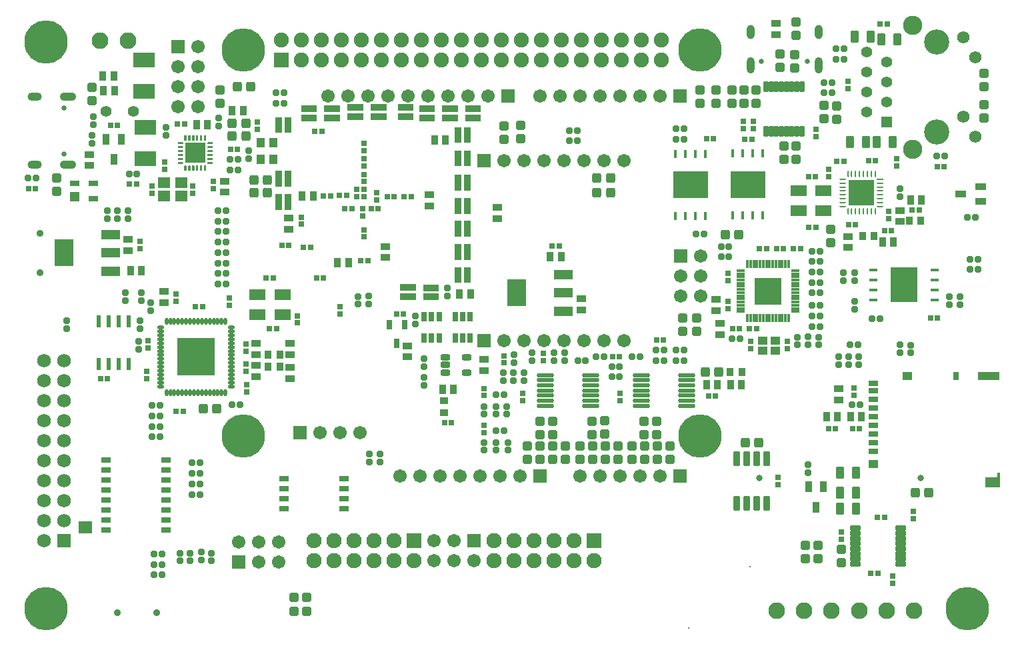
<source format=gbs>
G04*
G04 #@! TF.GenerationSoftware,Altium Limited,Altium Designer,23.10.1 (27)*
G04*
G04 Layer_Color=16711935*
%FSLAX44Y44*%
%MOMM*%
G71*
G04*
G04 #@! TF.SameCoordinates,A260BEBF-06BD-4FBC-8D66-A32A8B5517DE*
G04*
G04*
G04 #@! TF.FilePolarity,Negative*
G04*
G01*
G75*
%ADD25R,0.8000X1.0000*%
%ADD51R,0.6000X1.5500*%
%ADD66R,0.7600X0.7600*%
%ADD67R,1.1532X0.9532*%
G04:AMPARAMS|DCode=74|XSize=0.8032mm|YSize=0.8032mm|CornerRadius=0.1616mm|HoleSize=0mm|Usage=FLASHONLY|Rotation=90.000|XOffset=0mm|YOffset=0mm|HoleType=Round|Shape=RoundedRectangle|*
%AMROUNDEDRECTD74*
21,1,0.8032,0.4800,0,0,90.0*
21,1,0.4800,0.8032,0,0,90.0*
1,1,0.3232,0.2400,0.2400*
1,1,0.3232,0.2400,-0.2400*
1,1,0.3232,-0.2400,-0.2400*
1,1,0.3232,-0.2400,0.2400*
%
%ADD74ROUNDEDRECTD74*%
%ADD75R,0.9532X1.1532*%
G04:AMPARAMS|DCode=82|XSize=0.8032mm|YSize=0.8032mm|CornerRadius=0.1616mm|HoleSize=0mm|Usage=FLASHONLY|Rotation=180.000|XOffset=0mm|YOffset=0mm|HoleType=Round|Shape=RoundedRectangle|*
%AMROUNDEDRECTD82*
21,1,0.8032,0.4800,0,0,180.0*
21,1,0.4800,0.8032,0,0,180.0*
1,1,0.3232,-0.2400,0.2400*
1,1,0.3232,0.2400,0.2400*
1,1,0.3232,0.2400,-0.2400*
1,1,0.3232,-0.2400,-0.2400*
%
%ADD82ROUNDEDRECTD82*%
%ADD83R,0.8382X1.4732*%
G04:AMPARAMS|DCode=85|XSize=1.2032mm|YSize=1.1032mm|CornerRadius=0.2141mm|HoleSize=0mm|Usage=FLASHONLY|Rotation=0.000|XOffset=0mm|YOffset=0mm|HoleType=Round|Shape=RoundedRectangle|*
%AMROUNDEDRECTD85*
21,1,1.2032,0.6750,0,0,0.0*
21,1,0.7750,1.1032,0,0,0.0*
1,1,0.4282,0.3875,-0.3375*
1,1,0.4282,-0.3875,-0.3375*
1,1,0.4282,-0.3875,0.3375*
1,1,0.4282,0.3875,0.3375*
%
%ADD85ROUNDEDRECTD85*%
%ADD87R,1.7032X1.7032*%
%ADD88C,1.7032*%
%ADD89C,0.9000*%
%ADD90C,0.8032*%
%ADD91C,0.5588*%
%ADD92C,5.5032*%
%ADD93C,1.3900*%
%ADD94C,1.9032*%
%ADD95C,2.1032*%
%ADD96C,1.9304*%
%ADD97C,1.4032*%
%ADD98C,1.7532*%
%ADD99C,1.5700*%
%ADD100R,1.7532X1.7532*%
%ADD101R,1.9032X1.9032*%
%ADD102R,1.8796X1.8796*%
%ADD103C,3.2000*%
%ADD104R,1.3900X1.3900*%
%ADD105C,2.4500*%
G04:AMPARAMS|DCode=106|XSize=1mm|YSize=1.8mm|CornerRadius=0.5mm|HoleSize=0mm|Usage=FLASHONLY|Rotation=180.000|XOffset=0mm|YOffset=0mm|HoleType=Round|Shape=RoundedRectangle|*
%AMROUNDEDRECTD106*
21,1,1.0000,0.8000,0,0,180.0*
21,1,0.0000,1.8000,0,0,180.0*
1,1,1.0000,0.0000,0.4000*
1,1,1.0000,0.0000,0.4000*
1,1,1.0000,0.0000,-0.4000*
1,1,1.0000,0.0000,-0.4000*
%
%ADD106ROUNDEDRECTD106*%
G04:AMPARAMS|DCode=107|XSize=1mm|YSize=2.1mm|CornerRadius=0.5mm|HoleSize=0mm|Usage=FLASHONLY|Rotation=180.000|XOffset=0mm|YOffset=0mm|HoleType=Round|Shape=RoundedRectangle|*
%AMROUNDEDRECTD107*
21,1,1.0000,1.1000,0,0,180.0*
21,1,0.0000,2.1000,0,0,180.0*
1,1,1.0000,0.0000,0.5500*
1,1,1.0000,0.0000,0.5500*
1,1,1.0000,0.0000,-0.5500*
1,1,1.0000,0.0000,-0.5500*
%
%ADD107ROUNDEDRECTD107*%
%ADD108C,0.6500*%
%ADD109R,1.7032X1.7032*%
%ADD110C,0.2032*%
G04:AMPARAMS|DCode=111|XSize=1mm|YSize=2.1mm|CornerRadius=0.5mm|HoleSize=0mm|Usage=FLASHONLY|Rotation=270.000|XOffset=0mm|YOffset=0mm|HoleType=Round|Shape=RoundedRectangle|*
%AMROUNDEDRECTD111*
21,1,1.0000,1.1000,0,0,270.0*
21,1,0.0000,2.1000,0,0,270.0*
1,1,1.0000,-0.5500,0.0000*
1,1,1.0000,-0.5500,0.0000*
1,1,1.0000,0.5500,0.0000*
1,1,1.0000,0.5500,0.0000*
%
%ADD111ROUNDEDRECTD111*%
G04:AMPARAMS|DCode=112|XSize=1mm|YSize=1.8mm|CornerRadius=0.5mm|HoleSize=0mm|Usage=FLASHONLY|Rotation=270.000|XOffset=0mm|YOffset=0mm|HoleType=Round|Shape=RoundedRectangle|*
%AMROUNDEDRECTD112*
21,1,1.0000,0.8000,0,0,270.0*
21,1,0.0000,1.8000,0,0,270.0*
1,1,1.0000,-0.4000,0.0000*
1,1,1.0000,-0.4000,0.0000*
1,1,1.0000,0.4000,0.0000*
1,1,1.0000,0.4000,0.0000*
%
%ADD112ROUNDEDRECTD112*%
%ADD142R,1.2700X0.7600*%
G04:AMPARAMS|DCode=148|XSize=0.8078mm|YSize=0.2393mm|CornerRadius=0.1196mm|HoleSize=0mm|Usage=FLASHONLY|Rotation=180.000|XOffset=0mm|YOffset=0mm|HoleType=Round|Shape=RoundedRectangle|*
%AMROUNDEDRECTD148*
21,1,0.8078,0.0000,0,0,180.0*
21,1,0.5686,0.2393,0,0,180.0*
1,1,0.2393,-0.2843,0.0000*
1,1,0.2393,0.2843,0.0000*
1,1,0.2393,0.2843,0.0000*
1,1,0.2393,-0.2843,0.0000*
%
%ADD148ROUNDEDRECTD148*%
G04:AMPARAMS|DCode=149|XSize=0.2393mm|YSize=0.8078mm|CornerRadius=0.1196mm|HoleSize=0mm|Usage=FLASHONLY|Rotation=180.000|XOffset=0mm|YOffset=0mm|HoleType=Round|Shape=RoundedRectangle|*
%AMROUNDEDRECTD149*
21,1,0.2393,0.5686,0,0,180.0*
21,1,0.0000,0.8078,0,0,180.0*
1,1,0.2393,0.0000,0.2843*
1,1,0.2393,0.0000,0.2843*
1,1,0.2393,0.0000,-0.2843*
1,1,0.2393,0.0000,-0.2843*
%
%ADD149ROUNDEDRECTD149*%
%ADD151R,3.2000X3.2000*%
%ADD152R,4.4000X3.5000*%
G04:AMPARAMS|DCode=153|XSize=1.0611mm|YSize=0.3925mm|CornerRadius=0.1962mm|HoleSize=0mm|Usage=FLASHONLY|Rotation=90.000|XOffset=0mm|YOffset=0mm|HoleType=Round|Shape=RoundedRectangle|*
%AMROUNDEDRECTD153*
21,1,1.0611,0.0000,0,0,90.0*
21,1,0.6686,0.3925,0,0,90.0*
1,1,0.3925,0.0000,0.3343*
1,1,0.3925,0.0000,-0.3343*
1,1,0.3925,0.0000,-0.3343*
1,1,0.3925,0.0000,0.3343*
%
%ADD153ROUNDEDRECTD153*%
%ADD154R,3.5000X4.4000*%
G04:AMPARAMS|DCode=155|XSize=1.0611mm|YSize=0.3925mm|CornerRadius=0.1962mm|HoleSize=0mm|Usage=FLASHONLY|Rotation=0.000|XOffset=0mm|YOffset=0mm|HoleType=Round|Shape=RoundedRectangle|*
%AMROUNDEDRECTD155*
21,1,1.0611,0.0000,0,0,0.0*
21,1,0.6686,0.3925,0,0,0.0*
1,1,0.3925,0.3343,0.0000*
1,1,0.3925,-0.3343,0.0000*
1,1,0.3925,-0.3343,0.0000*
1,1,0.3925,0.3343,0.0000*
%
%ADD155ROUNDEDRECTD155*%
%ADD156R,2.8000X1.0000*%
%ADD157R,1.2000X1.0000*%
%ADD161C,1.1447*%
%ADD162R,1.2000X0.7000*%
%ADD166R,1.1000X1.3000*%
%ADD167R,2.5000X2.5000*%
%ADD176R,0.3925X1.0611*%
%ADD177R,1.0611X0.3925*%
%ADD178R,0.8078X0.2393*%
%ADD179C,0.2520*%
%ADD185R,1.8000X1.6000*%
G04:AMPARAMS|DCode=186|XSize=1.2032mm|YSize=1.1032mm|CornerRadius=0.2141mm|HoleSize=0mm|Usage=FLASHONLY|Rotation=90.000|XOffset=0mm|YOffset=0mm|HoleType=Round|Shape=RoundedRectangle|*
%AMROUNDEDRECTD186*
21,1,1.2032,0.6750,0,0,90.0*
21,1,0.7750,1.1032,0,0,90.0*
1,1,0.4282,0.3375,0.3875*
1,1,0.4282,0.3375,-0.3875*
1,1,0.4282,-0.3375,-0.3875*
1,1,0.4282,-0.3375,0.3875*
%
%ADD186ROUNDEDRECTD186*%
%ADD187R,0.5032X0.8532*%
%ADD188R,0.7600X0.7600*%
G04:AMPARAMS|DCode=189|XSize=0.6032mm|YSize=1.4032mm|CornerRadius=0.1516mm|HoleSize=0mm|Usage=FLASHONLY|Rotation=90.000|XOffset=0mm|YOffset=0mm|HoleType=Round|Shape=RoundedRectangle|*
%AMROUNDEDRECTD189*
21,1,0.6032,1.1000,0,0,90.0*
21,1,0.3000,1.4032,0,0,90.0*
1,1,0.3032,0.5500,0.1500*
1,1,0.3032,0.5500,-0.1500*
1,1,0.3032,-0.5500,-0.1500*
1,1,0.3032,-0.5500,0.1500*
%
%ADD189ROUNDEDRECTD189*%
G04:AMPARAMS|DCode=190|XSize=1.5032mm|YSize=1.0032mm|CornerRadius=0.2016mm|HoleSize=0mm|Usage=FLASHONLY|Rotation=90.000|XOffset=0mm|YOffset=0mm|HoleType=Round|Shape=RoundedRectangle|*
%AMROUNDEDRECTD190*
21,1,1.5032,0.6000,0,0,90.0*
21,1,1.1000,1.0032,0,0,90.0*
1,1,0.4032,0.3000,0.5500*
1,1,0.4032,0.3000,-0.5500*
1,1,0.4032,-0.3000,-0.5500*
1,1,0.4032,-0.3000,0.5500*
%
%ADD190ROUNDEDRECTD190*%
%ADD191R,0.8032X1.2032*%
G04:AMPARAMS|DCode=192|XSize=1.2532mm|YSize=0.8032mm|CornerRadius=0.2516mm|HoleSize=0mm|Usage=FLASHONLY|Rotation=180.000|XOffset=0mm|YOffset=0mm|HoleType=Round|Shape=RoundedRectangle|*
%AMROUNDEDRECTD192*
21,1,1.2532,0.3000,0,0,180.0*
21,1,0.7500,0.8032,0,0,180.0*
1,1,0.5032,-0.3750,0.1500*
1,1,0.5032,0.3750,0.1500*
1,1,0.5032,0.3750,-0.1500*
1,1,0.5032,-0.3750,-0.1500*
%
%ADD192ROUNDEDRECTD192*%
%ADD193O,2.2032X0.5532*%
G04:AMPARAMS|DCode=194|XSize=0.6032mm|YSize=1.4032mm|CornerRadius=0.1516mm|HoleSize=0mm|Usage=FLASHONLY|Rotation=180.000|XOffset=0mm|YOffset=0mm|HoleType=Round|Shape=RoundedRectangle|*
%AMROUNDEDRECTD194*
21,1,0.6032,1.1000,0,0,180.0*
21,1,0.3000,1.4032,0,0,180.0*
1,1,0.3032,-0.1500,0.5500*
1,1,0.3032,0.1500,0.5500*
1,1,0.3032,0.1500,-0.5500*
1,1,0.3032,-0.1500,-0.5500*
%
%ADD194ROUNDEDRECTD194*%
%ADD195R,1.4032X0.8532*%
%ADD196R,2.1032X1.4032*%
%ADD197R,3.4032X3.4032*%
%ADD198R,0.4032X1.0532*%
%ADD199R,1.1532X1.0032*%
%ADD200R,0.8532X1.4032*%
%ADD201R,2.3532X1.2032*%
G04:AMPARAMS|DCode=202|XSize=0.8532mm|YSize=1.8532mm|CornerRadius=0.1504mm|HoleSize=0mm|Usage=FLASHONLY|Rotation=0.000|XOffset=0mm|YOffset=0mm|HoleType=Round|Shape=RoundedRectangle|*
%AMROUNDEDRECTD202*
21,1,0.8532,1.5525,0,0,0.0*
21,1,0.5525,1.8532,0,0,0.0*
1,1,0.3007,0.2763,-0.7763*
1,1,0.3007,-0.2763,-0.7763*
1,1,0.3007,-0.2763,0.7763*
1,1,0.3007,0.2763,0.7763*
%
%ADD202ROUNDEDRECTD202*%
%ADD203R,1.6032X1.4032*%
%ADD204R,1.2032X1.2032*%
%ADD205O,0.9532X0.4532*%
%ADD206R,4.7032X4.7032*%
%ADD207O,0.4532X0.9532*%
%ADD208R,0.8532X0.5032*%
%ADD209R,0.8432X1.1232*%
%ADD210R,2.3532X3.4532*%
%ADD211R,1.0532X0.4032*%
%ADD212R,2.7032X1.9032*%
%ADD213R,1.2032X0.8032*%
%ADD214R,1.1232X0.8432*%
G36*
X633280Y887807D02*
X633674Y887413D01*
X633887Y886898D01*
Y886620D01*
Y886341D01*
X633674Y885827D01*
X633280Y885433D01*
X632766Y885220D01*
X626987D01*
Y888020D01*
X632766D01*
X633280Y887807D01*
D02*
G37*
G36*
X632487Y893020D02*
X632766D01*
X633280Y892807D01*
X633674Y892413D01*
X633887Y891898D01*
Y891620D01*
Y891341D01*
X633674Y890827D01*
X633280Y890433D01*
X632766Y890220D01*
X626987D01*
Y893020D01*
X632487D01*
Y893020D01*
D02*
G37*
G36*
X633280Y897807D02*
X633674Y897413D01*
X633887Y896898D01*
Y896620D01*
Y896341D01*
X633674Y895827D01*
X633280Y895433D01*
X632766Y895220D01*
X626987D01*
Y898020D01*
X632766D01*
X633280Y897807D01*
D02*
G37*
G36*
X637556Y883532D02*
X637949Y883138D01*
X638162Y882624D01*
Y882345D01*
Y876845D01*
X635363D01*
Y882345D01*
Y882624D01*
X635576Y883138D01*
X635970Y883532D01*
X636484Y883745D01*
X637041D01*
X637556Y883532D01*
D02*
G37*
G36*
X642555D02*
X642949Y883138D01*
X643163Y882624D01*
Y882345D01*
X643163Y876845D01*
X640362D01*
Y882345D01*
Y882624D01*
X640576Y883138D01*
X640969Y883532D01*
X641484Y883745D01*
X642041D01*
X642555Y883532D01*
D02*
G37*
G36*
X647556D02*
X647949Y883138D01*
X648163Y882624D01*
Y882345D01*
Y876845D01*
X645362D01*
Y882345D01*
Y882624D01*
X645576Y883138D01*
X645969Y883532D01*
X646484Y883745D01*
X647041D01*
X647556Y883532D01*
D02*
G37*
G36*
X633280Y902807D02*
X633674Y902413D01*
X633887Y901898D01*
Y901620D01*
Y901341D01*
X633674Y900827D01*
X633280Y900433D01*
X632766Y900220D01*
X626987D01*
Y903020D01*
X632766D01*
X633280Y902807D01*
D02*
G37*
G36*
Y907807D02*
X633674Y907413D01*
X633887Y906898D01*
Y906620D01*
Y906341D01*
X633674Y905827D01*
X633280Y905433D01*
X632766Y905220D01*
X632487D01*
X626987Y905220D01*
Y908020D01*
X632766D01*
X633280Y907807D01*
D02*
G37*
G36*
Y912807D02*
X633674Y912413D01*
X633887Y911898D01*
Y911620D01*
Y911341D01*
X633674Y910827D01*
X633280Y910433D01*
X632766Y910220D01*
X626987D01*
Y913020D01*
X632766D01*
X633280Y912807D01*
D02*
G37*
G36*
X638162Y915895D02*
Y915617D01*
X637949Y915102D01*
X637556Y914708D01*
X637041Y914495D01*
X636484D01*
X635970Y914708D01*
X635576Y915102D01*
X635363Y915617D01*
Y915895D01*
Y921395D01*
X638162D01*
Y915895D01*
D02*
G37*
G36*
X643163D02*
X643163D01*
Y915617D01*
X642949Y915102D01*
X642555Y914708D01*
X642041Y914495D01*
X641484D01*
X640969Y914708D01*
X640576Y915102D01*
X640362Y915617D01*
Y915895D01*
Y921395D01*
X643163D01*
Y915895D01*
D02*
G37*
G36*
X648163D02*
Y915617D01*
X647949Y915102D01*
X647556Y914708D01*
X647041Y914495D01*
X646484D01*
X645969Y914708D01*
X645576Y915102D01*
X645362Y915617D01*
Y915895D01*
Y921395D01*
X648163D01*
Y915895D01*
D02*
G37*
G36*
X663163D02*
Y915617D01*
X662949Y915102D01*
X662555Y914708D01*
X662041Y914495D01*
X661484D01*
X660969Y914708D01*
X660576Y915102D01*
X660362Y915617D01*
Y915895D01*
Y921395D01*
X663163D01*
Y915895D01*
D02*
G37*
G36*
X658163D02*
Y915617D01*
X657949Y915102D01*
X657556Y914708D01*
X657041Y914495D01*
X656484D01*
X655969Y914708D01*
X655576Y915102D01*
X655362Y915617D01*
Y915895D01*
X655362Y921395D01*
X658163D01*
Y915895D01*
D02*
G37*
G36*
X653163D02*
Y915617D01*
X652949Y915102D01*
X652555Y914708D01*
X652041Y914495D01*
X651484D01*
X650969Y914708D01*
X650576Y915102D01*
X650362Y915617D01*
Y915895D01*
Y921395D01*
X653163D01*
Y915895D01*
D02*
G37*
G36*
X671537Y910220D02*
X665759D01*
X665245Y910433D01*
X664851Y910827D01*
X664638Y911341D01*
Y911620D01*
Y911898D01*
X664851Y912413D01*
X665245Y912807D01*
X665759Y913020D01*
X671537D01*
Y910220D01*
D02*
G37*
G36*
Y905220D02*
X666038D01*
Y905220D01*
X665759D01*
X665245Y905433D01*
X664851Y905827D01*
X664638Y906341D01*
Y906620D01*
Y906898D01*
X664851Y907413D01*
X665245Y907807D01*
X665759Y908020D01*
X671537D01*
Y905220D01*
D02*
G37*
G36*
Y900220D02*
X665759D01*
X665245Y900433D01*
X664851Y900827D01*
X664638Y901341D01*
Y901620D01*
Y901898D01*
X664851Y902413D01*
X665245Y902807D01*
X665759Y903020D01*
X671537D01*
Y900220D01*
D02*
G37*
G36*
Y895220D02*
X665759D01*
X665245Y895433D01*
X664851Y895827D01*
X664638Y896341D01*
Y896620D01*
Y896898D01*
X664851Y897413D01*
X665245Y897807D01*
X665759Y898020D01*
X671537D01*
Y895220D01*
D02*
G37*
G36*
Y890220D02*
X665759D01*
X665245Y890433D01*
X664851Y890827D01*
X664638Y891341D01*
Y891620D01*
Y891898D01*
X664851Y892413D01*
X665245Y892807D01*
X665759Y893020D01*
X666038D01*
X671537Y893020D01*
Y890220D01*
D02*
G37*
G36*
Y885220D02*
X665759D01*
X665245Y885433D01*
X664851Y885827D01*
X664638Y886341D01*
Y886620D01*
Y886898D01*
X664851Y887413D01*
X665245Y887807D01*
X665759Y888020D01*
X671537D01*
Y885220D01*
D02*
G37*
G36*
X662555Y883532D02*
X662949Y883138D01*
X663163Y882624D01*
Y882345D01*
Y876845D01*
X660362D01*
Y882345D01*
Y882624D01*
X660576Y883138D01*
X660969Y883532D01*
X661484Y883745D01*
X662041D01*
X662555Y883532D01*
D02*
G37*
G36*
X657556D02*
X657949Y883138D01*
X658163Y882624D01*
Y882345D01*
Y876845D01*
X655362D01*
Y882345D01*
X655362D01*
Y882624D01*
X655576Y883138D01*
X655969Y883532D01*
X656484Y883745D01*
X657041D01*
X657556Y883532D01*
D02*
G37*
G36*
X652555D02*
X652949Y883138D01*
X653163Y882624D01*
Y882345D01*
Y876845D01*
X650362D01*
Y882345D01*
Y882624D01*
X650576Y883138D01*
X650969Y883532D01*
X651484Y883745D01*
X652041D01*
X652555Y883532D01*
D02*
G37*
G36*
X1671350Y474346D02*
X1652350D01*
Y487346D01*
X1666350D01*
X1667850Y488846D01*
Y492846D01*
X1671350D01*
Y474346D01*
D02*
G37*
D25*
X1615850Y615846D02*
D03*
D51*
X527050Y684860D02*
D03*
X539750D02*
D03*
X552450D02*
D03*
X565150D02*
D03*
X552450Y630860D02*
D03*
X527050D02*
D03*
X539750D02*
D03*
X565150D02*
D03*
D66*
X1470000Y417600D02*
D03*
Y408400D02*
D03*
X1540000Y891600D02*
D03*
Y882400D02*
D03*
X1453725Y869139D02*
D03*
Y878339D02*
D03*
X728000Y938600D02*
D03*
Y929400D02*
D03*
X864000Y862730D02*
D03*
Y871930D02*
D03*
Y843400D02*
D03*
Y852600D02*
D03*
X854000Y843400D02*
D03*
Y852600D02*
D03*
X861963Y819360D02*
D03*
Y828560D02*
D03*
X1065324Y584600D02*
D03*
X1188720Y584680D02*
D03*
X1478280Y990120D02*
D03*
X1437640Y929160D02*
D03*
X1357652Y939320D02*
D03*
X1345473D02*
D03*
X1530350Y825020D02*
D03*
X880000Y839400D02*
D03*
X1485900Y600776D02*
D03*
X1401587Y659920D02*
D03*
X1354370Y650720D02*
D03*
X1561000Y443600D02*
D03*
X1535000Y352400D02*
D03*
X1389380Y478000D02*
D03*
X1325880Y737080D02*
D03*
Y701520D02*
D03*
X864000Y902400D02*
D03*
Y891600D02*
D03*
Y801600D02*
D03*
X784000Y808480D02*
D03*
X610870Y878050D02*
D03*
X672467Y853534D02*
D03*
X646430Y856770D02*
D03*
X594795Y847570D02*
D03*
X579000Y786600D02*
D03*
X833000Y704200D02*
D03*
X779331Y683177D02*
D03*
X693000Y714600D02*
D03*
X714000Y647400D02*
D03*
Y622000D02*
D03*
X715000Y595800D02*
D03*
X625000Y719600D02*
D03*
X589000Y660600D02*
D03*
X588000Y612400D02*
D03*
X1485900Y591576D02*
D03*
X1530350Y815820D02*
D03*
X1478280Y980920D02*
D03*
X693000Y705400D02*
D03*
X589000Y651400D02*
D03*
X715000Y605000D02*
D03*
X588000Y621600D02*
D03*
X1016000Y544196D02*
D03*
X784000Y817679D02*
D03*
X880000Y848600D02*
D03*
X1016000Y590945D02*
D03*
X1091578Y635480D02*
D03*
X1041400Y641585D02*
D03*
X625000Y710400D02*
D03*
X864000Y792400D02*
D03*
Y911600D02*
D03*
Y882400D02*
D03*
X1389380Y487200D02*
D03*
X1325880Y710720D02*
D03*
Y746280D02*
D03*
X1016000Y553396D02*
D03*
X1091578Y644680D02*
D03*
X1016000Y600144D02*
D03*
X1041400Y632385D02*
D03*
X779331Y692377D02*
D03*
X1401587Y650720D02*
D03*
X1354370Y659920D02*
D03*
X833000Y695000D02*
D03*
X1345473Y930120D02*
D03*
X1357652D02*
D03*
X1437640Y919960D02*
D03*
X579000Y777400D02*
D03*
X1561000Y434400D02*
D03*
X1535000Y361600D02*
D03*
X1065324Y593800D02*
D03*
X1188720Y593880D02*
D03*
X714000Y656600D02*
D03*
Y631200D02*
D03*
X646430Y847570D02*
D03*
X594795Y856770D02*
D03*
X610870Y887250D02*
D03*
X672467Y862735D02*
D03*
D67*
X1016000Y636920D02*
D03*
X919000Y640000D02*
D03*
X1386840Y1049640D02*
D03*
X1544320Y826150D02*
D03*
X947000Y846000D02*
D03*
X1033000Y830000D02*
D03*
X1478280Y779130D02*
D03*
X1466850Y599578D02*
D03*
X890730Y766290D02*
D03*
X1310640Y699120D02*
D03*
X1315720Y668640D02*
D03*
X1140000Y714000D02*
D03*
X768000Y802482D02*
D03*
X514682Y883270D02*
D03*
X686816Y849488D02*
D03*
X564000Y789000D02*
D03*
X769620Y657240D02*
D03*
X726440Y615300D02*
D03*
Y643240D02*
D03*
X769620Y612760D02*
D03*
X610000Y723000D02*
D03*
X1466850Y585578D02*
D03*
X1544320Y812150D02*
D03*
X947000Y832000D02*
D03*
X1478280Y793130D02*
D03*
X768000Y816481D02*
D03*
X1033000Y816000D02*
D03*
X769620Y626760D02*
D03*
Y643240D02*
D03*
X1140000Y700000D02*
D03*
X1310640Y713120D02*
D03*
X890730Y780290D02*
D03*
X919000Y654000D02*
D03*
X1315720Y682640D02*
D03*
X1386840Y1063640D02*
D03*
X564000Y775000D02*
D03*
X1016000Y622920D02*
D03*
X610000Y709000D02*
D03*
X726440Y657240D02*
D03*
Y629300D02*
D03*
X686816Y863488D02*
D03*
X514682Y897270D02*
D03*
D74*
X1633000Y751000D02*
D03*
X1643000D02*
D03*
X1124590Y927689D02*
D03*
X1134590D02*
D03*
Y914400D02*
D03*
X1124590D02*
D03*
X1178165Y627968D02*
D03*
X1158320Y640080D02*
D03*
X1269920Y635351D02*
D03*
Y648639D02*
D03*
X1473120Y1017952D02*
D03*
X1601000Y895000D02*
D03*
X703500Y877392D02*
D03*
X565230Y872364D02*
D03*
X447000Y867000D02*
D03*
X1643000Y764000D02*
D03*
X1633000D02*
D03*
X1640000Y817000D02*
D03*
X1630000D02*
D03*
X688345Y732766D02*
D03*
X678345D02*
D03*
Y746055D02*
D03*
X688345D02*
D03*
X678345Y759343D02*
D03*
X688345D02*
D03*
X678345Y772632D02*
D03*
X688345D02*
D03*
X678505Y785920D02*
D03*
X688505D02*
D03*
X678345Y799209D02*
D03*
X688345D02*
D03*
X678345Y812497D02*
D03*
X688345D02*
D03*
X678345Y825786D02*
D03*
X688345D02*
D03*
X604440Y578399D02*
D03*
X594440D02*
D03*
X604440Y565110D02*
D03*
X594440D02*
D03*
X604440Y551768D02*
D03*
X594440D02*
D03*
X604440Y538480D02*
D03*
X594440D02*
D03*
X655320Y505460D02*
D03*
X645320D02*
D03*
X655240Y492172D02*
D03*
X645240D02*
D03*
X655320Y478883D02*
D03*
X645320D02*
D03*
X655240Y464820D02*
D03*
X645240D02*
D03*
X607060Y363220D02*
D03*
X597060D02*
D03*
X606980Y376508D02*
D03*
X596980D02*
D03*
X606980Y389797D02*
D03*
X596980D02*
D03*
X1490900Y656035D02*
D03*
X1480900D02*
D03*
X1493440Y579120D02*
D03*
X1483440D02*
D03*
X1591000Y895000D02*
D03*
X1168320Y640080D02*
D03*
X1442640Y761226D02*
D03*
X1432640D02*
D03*
X703500Y890680D02*
D03*
X693500D02*
D03*
X1518840Y688366D02*
D03*
X1442640Y692057D02*
D03*
X1285320Y796306D02*
D03*
X1259920Y929640D02*
D03*
Y916234D02*
D03*
X751920Y962072D02*
D03*
X1331040Y662906D02*
D03*
X1031320Y546810D02*
D03*
X1234520Y648639D02*
D03*
X1031320Y592530D02*
D03*
X1442640Y678768D02*
D03*
X1259920Y648639D02*
D03*
X1204040Y640351D02*
D03*
X1508840Y688366D02*
D03*
X1341040Y662906D02*
D03*
X761920Y975360D02*
D03*
X751920D02*
D03*
X761920Y962072D02*
D03*
X1317070Y780368D02*
D03*
X1327070D02*
D03*
X1442640Y774514D02*
D03*
X1432640D02*
D03*
X1317150Y767080D02*
D03*
X1327150D02*
D03*
X1442640Y747937D02*
D03*
X1432640D02*
D03*
X1442560Y734649D02*
D03*
X1432560D02*
D03*
X1269920Y916234D02*
D03*
X1442560Y721360D02*
D03*
X1432560D02*
D03*
X1442640Y705346D02*
D03*
X1432640D02*
D03*
X1269920Y929640D02*
D03*
X1432640Y692057D02*
D03*
X1295320Y796306D02*
D03*
X1432640Y678768D02*
D03*
X1473120Y1031240D02*
D03*
X1463120D02*
D03*
Y1017952D02*
D03*
X1447880Y975360D02*
D03*
X1457880D02*
D03*
X1447880Y988649D02*
D03*
X1457880D02*
D03*
X1244520Y648639D02*
D03*
X1234600Y635351D02*
D03*
X1244600D02*
D03*
X1259920D02*
D03*
X1214040Y640351D02*
D03*
X1145031Y635472D02*
D03*
X1135032D02*
D03*
X1178165Y614680D02*
D03*
X1188165D02*
D03*
Y627968D02*
D03*
X1041320Y546810D02*
D03*
Y592530D02*
D03*
X696040Y579120D02*
D03*
X706040D02*
D03*
X575230Y872364D02*
D03*
X693500Y877392D02*
D03*
X437000Y867000D02*
D03*
D75*
X798958Y844836D02*
D03*
X784958D02*
D03*
X977280Y598869D02*
D03*
X1312645Y604496D02*
D03*
X1557640Y839470D02*
D03*
X967120Y915670D02*
D03*
X1536080Y785760D02*
D03*
X1343040Y604496D02*
D03*
X1481440Y563880D02*
D03*
X1450960D02*
D03*
X1114000Y767000D02*
D03*
X998870Y719563D02*
D03*
X710100Y953180D02*
D03*
X664860Y934720D02*
D03*
X532100Y996950D02*
D03*
X532750Y977900D02*
D03*
X829921Y760000D02*
D03*
X581000Y750000D02*
D03*
X1571640Y839470D02*
D03*
X1522080Y785760D02*
D03*
X1100000Y767000D02*
D03*
X843921Y760000D02*
D03*
X984870Y719563D02*
D03*
X1464960Y563880D02*
D03*
X1495440D02*
D03*
X953120Y915670D02*
D03*
X567000Y750000D02*
D03*
X1329040Y604496D02*
D03*
X1298645Y604496D02*
D03*
X963280Y598869D02*
D03*
X696100Y953180D02*
D03*
X650860Y934720D02*
D03*
X546100Y996950D02*
D03*
X546750Y977900D02*
D03*
D82*
X593000Y699000D02*
D03*
Y709000D02*
D03*
X929000Y692000D02*
D03*
Y682000D02*
D03*
X940000Y604000D02*
D03*
X1031240Y521490D02*
D03*
X1016000D02*
D03*
X1031240Y567210D02*
D03*
X1016000Y567290D02*
D03*
X1053512Y609680D02*
D03*
X1040223D02*
D03*
X1118188Y635472D02*
D03*
X1076960D02*
D03*
X1544320Y843360D02*
D03*
X1427480Y502840D02*
D03*
X716788Y901907D02*
D03*
X520000Y945000D02*
D03*
X486000Y676000D02*
D03*
Y686000D02*
D03*
X560796Y721608D02*
D03*
X560796Y711608D02*
D03*
X580810Y711280D02*
D03*
Y721280D02*
D03*
X550592Y825565D02*
D03*
Y815565D02*
D03*
X563880Y825420D02*
D03*
Y815420D02*
D03*
X537303Y825565D02*
D03*
Y815565D02*
D03*
X969556Y717630D02*
D03*
Y727630D02*
D03*
X884000Y517000D02*
D03*
Y507000D02*
D03*
X870000Y517000D02*
D03*
Y507000D02*
D03*
X579120Y675720D02*
D03*
Y685720D02*
D03*
X1466850Y640000D02*
D03*
Y630000D02*
D03*
X1479550Y640000D02*
D03*
Y630000D02*
D03*
X1492250Y640000D02*
D03*
Y630000D02*
D03*
X1544320Y655240D02*
D03*
Y645240D02*
D03*
X1558290Y645160D02*
D03*
Y655160D02*
D03*
X1544320Y853360D02*
D03*
X630000Y391000D02*
D03*
Y381000D02*
D03*
X643000Y391000D02*
D03*
Y381000D02*
D03*
X657000Y392000D02*
D03*
Y382000D02*
D03*
X670000Y381000D02*
D03*
Y391000D02*
D03*
X1487186Y710263D02*
D03*
Y700263D02*
D03*
X716788Y891907D02*
D03*
X1016000Y531490D02*
D03*
X1487170Y746680D02*
D03*
X1016000Y577290D02*
D03*
X1104900Y635472D02*
D03*
X869259Y717062D02*
D03*
X855971Y716982D02*
D03*
X1054134Y642969D02*
D03*
X1607114Y706200D02*
D03*
X1472635Y746765D02*
D03*
X1414321Y655320D02*
D03*
X1076960Y645472D02*
D03*
X1620520Y706200D02*
D03*
X1440898Y655320D02*
D03*
X1040223Y619680D02*
D03*
X1427609Y655480D02*
D03*
X940000Y614000D02*
D03*
X1427480Y492840D02*
D03*
X855971Y706982D02*
D03*
X869259Y707062D02*
D03*
X1472635Y736765D02*
D03*
X1487170Y736680D02*
D03*
X1620520Y716200D02*
D03*
X1607114D02*
D03*
X1414321Y665320D02*
D03*
X1440898D02*
D03*
X1427609Y665480D02*
D03*
X1118188Y645472D02*
D03*
X1104900D02*
D03*
X1066800Y619680D02*
D03*
Y609680D02*
D03*
X1054134Y632969D02*
D03*
X1031240Y577210D02*
D03*
X1053512Y619680D02*
D03*
X1044529Y567210D02*
D03*
Y577210D02*
D03*
X1031240Y531490D02*
D03*
X1046480Y521490D02*
D03*
Y531490D02*
D03*
X940000Y638000D02*
D03*
Y628000D02*
D03*
X577810Y650105D02*
D03*
Y660105D02*
D03*
X679450Y933610D02*
D03*
Y943610D02*
D03*
X612024Y921869D02*
D03*
Y931869D02*
D03*
X520000Y935000D02*
D03*
X517821Y911174D02*
D03*
Y921173D02*
D03*
D83*
X514119Y424000D02*
D03*
X505881D02*
D03*
D85*
X1041000Y916500D02*
D03*
Y933500D02*
D03*
X1063000Y917000D02*
D03*
Y934000D02*
D03*
X1087200Y558679D02*
D03*
X1103219D02*
D03*
X1153240D02*
D03*
X1169258Y558800D02*
D03*
X1219200Y558679D02*
D03*
X1235219D02*
D03*
X1463819Y958460D02*
D03*
X1412240Y1048140D02*
D03*
X1410415Y1024040D02*
D03*
X1391920Y1024500D02*
D03*
X1330960Y961780D02*
D03*
X680832Y978780D02*
D03*
X518000Y982500D02*
D03*
X473710Y850020D02*
D03*
X1268000Y689500D02*
D03*
Y672500D02*
D03*
X1651000Y960500D02*
D03*
Y943500D02*
D03*
Y1000500D02*
D03*
Y983500D02*
D03*
X1456690Y802250D02*
D03*
Y785250D02*
D03*
X1286000Y689500D02*
D03*
Y672500D02*
D03*
X680832Y961780D02*
D03*
X1138000Y526660D02*
D03*
X1203960D02*
D03*
X1119237D02*
D03*
X1186056D02*
D03*
X774700Y317382D02*
D03*
X1424161Y383930D02*
D03*
X791090Y317382D02*
D03*
X1470000Y378500D02*
D03*
X1440180Y383930D02*
D03*
X1252016Y526660D02*
D03*
X1087200D02*
D03*
X1440180Y400930D02*
D03*
X1290320Y978780D02*
D03*
Y961780D02*
D03*
X1447800Y959731D02*
D03*
Y942730D02*
D03*
X1463819Y941460D02*
D03*
X1361440Y978780D02*
D03*
Y961780D02*
D03*
X1412240Y1065140D02*
D03*
X1310640Y961780D02*
D03*
Y978780D02*
D03*
X1410415Y1007040D02*
D03*
X1397000Y890660D02*
D03*
Y907660D02*
D03*
X1391920Y1007500D02*
D03*
X1330960Y978780D02*
D03*
X1412240Y890660D02*
D03*
Y907660D02*
D03*
X1346200Y978780D02*
D03*
Y961780D02*
D03*
X1235219Y541679D02*
D03*
X1219200D02*
D03*
X1219979Y509660D02*
D03*
Y526660D02*
D03*
X1235997Y509660D02*
D03*
Y526660D02*
D03*
X1203960Y509660D02*
D03*
X1252016D02*
D03*
X1470000Y395500D02*
D03*
X1087200Y541679D02*
D03*
X1103219D02*
D03*
X1169258Y541800D02*
D03*
X1153240Y541679D02*
D03*
X1087200Y509660D02*
D03*
X1103219D02*
D03*
Y526660D02*
D03*
X1170037Y509660D02*
D03*
Y526660D02*
D03*
X1154018Y509660D02*
D03*
Y526660D02*
D03*
X1138000Y509660D02*
D03*
X1186056D02*
D03*
X1071181D02*
D03*
Y526660D02*
D03*
X1119237Y509660D02*
D03*
X791090Y334382D02*
D03*
X1424161Y400930D02*
D03*
X774700Y334382D02*
D03*
X518000Y965500D02*
D03*
X473710Y867020D02*
D03*
D87*
X1086800Y489200D02*
D03*
X782320Y543560D02*
D03*
X704850Y379730D02*
D03*
X1046160Y971800D02*
D03*
X1264600Y489200D02*
D03*
X1016000Y889000D02*
D03*
X1003300Y406400D02*
D03*
X1264600Y971800D02*
D03*
X1016000Y660400D02*
D03*
D88*
X1010600Y489200D02*
D03*
X909000D02*
D03*
X934400D02*
D03*
X985200D02*
D03*
X959800D02*
D03*
X1036000D02*
D03*
X1061400D02*
D03*
X1193800Y889000D02*
D03*
X893760Y971800D02*
D03*
X1291400Y717300D02*
D03*
X1193800Y660400D02*
D03*
X858520Y543560D02*
D03*
X755650Y405130D02*
D03*
X652780Y1033780D02*
D03*
X755650Y379730D02*
D03*
X652780Y1008380D02*
D03*
Y982980D02*
D03*
X1168400Y660400D02*
D03*
X1291400Y768100D02*
D03*
X704850Y405130D02*
D03*
X730250Y379730D02*
D03*
X652780Y957580D02*
D03*
X730250Y405130D02*
D03*
X995360Y971800D02*
D03*
X817560D02*
D03*
X842960D02*
D03*
X868360D02*
D03*
X919160D02*
D03*
X944560D02*
D03*
X969960D02*
D03*
X1020760D02*
D03*
X1239200Y489200D02*
D03*
X1213800D02*
D03*
X1188400D02*
D03*
X1163000D02*
D03*
X1137600D02*
D03*
X1266000Y717300D02*
D03*
X1291400Y742700D02*
D03*
X1266000D02*
D03*
X627380Y957580D02*
D03*
Y982980D02*
D03*
Y1008380D02*
D03*
X1168400Y889000D02*
D03*
X1143000D02*
D03*
X1117600D02*
D03*
X1092200D02*
D03*
X1066800D02*
D03*
X1041400D02*
D03*
X952500Y381000D02*
D03*
X977900D02*
D03*
X1003300D02*
D03*
X952500Y406400D02*
D03*
X977900D02*
D03*
X833120Y543560D02*
D03*
X807720D02*
D03*
X1086800Y971800D02*
D03*
X1112200D02*
D03*
X1137600D02*
D03*
X1163000D02*
D03*
X1188400D02*
D03*
X1213800D02*
D03*
X1239200D02*
D03*
X1041400Y660400D02*
D03*
X1066800D02*
D03*
X1092200D02*
D03*
X1117600D02*
D03*
X1143000D02*
D03*
D89*
X452000Y747000D02*
D03*
Y797000D02*
D03*
X600000Y315000D02*
D03*
X550000D02*
D03*
D90*
X1570501Y486002D02*
D03*
X1366000D02*
D03*
D91*
X1290000Y519119D02*
D03*
X1275235Y525235D02*
D03*
X1269119Y540000D02*
D03*
X1275235Y554765D02*
D03*
X1290000Y560881D02*
D03*
X1304765Y554765D02*
D03*
X1310881Y540000D02*
D03*
X1304765Y525235D02*
D03*
X724765D02*
D03*
X730881Y540000D02*
D03*
X724765Y554765D02*
D03*
X710000Y560881D02*
D03*
X695235Y554765D02*
D03*
X689119Y540000D02*
D03*
X695235Y525235D02*
D03*
X710000Y519119D02*
D03*
Y1009119D02*
D03*
X695235Y1015235D02*
D03*
X689119Y1030000D02*
D03*
X695235Y1044765D02*
D03*
X710000Y1050881D02*
D03*
X724765Y1044765D02*
D03*
X730881Y1030000D02*
D03*
X724765Y1015235D02*
D03*
X1304765D02*
D03*
X1310881Y1030000D02*
D03*
X1304765Y1044765D02*
D03*
X1290000Y1050881D02*
D03*
X1275235Y1044765D02*
D03*
X1269119Y1030000D02*
D03*
X1275235Y1015235D02*
D03*
X1290000Y1009119D02*
D03*
X460000Y299119D02*
D03*
X445235Y305235D02*
D03*
X439119Y320000D02*
D03*
X445235Y334765D02*
D03*
X460000Y340881D02*
D03*
X474765Y334765D02*
D03*
X480881Y320000D02*
D03*
X474765Y305235D02*
D03*
X1644765D02*
D03*
X1650881Y320000D02*
D03*
X1644765Y334765D02*
D03*
X1630000Y340881D02*
D03*
X1615235Y334765D02*
D03*
X1609119Y320000D02*
D03*
X1615235Y305235D02*
D03*
X1630000Y299119D02*
D03*
X460000Y1019119D02*
D03*
X445235Y1025235D02*
D03*
X439119Y1040000D02*
D03*
X445235Y1054765D02*
D03*
X460000Y1060881D02*
D03*
X474765Y1054765D02*
D03*
X480881Y1040000D02*
D03*
X474765Y1025235D02*
D03*
D92*
X1290000Y540000D02*
D03*
X710000D02*
D03*
Y1030000D02*
D03*
X1290000D02*
D03*
X460000Y320000D02*
D03*
X1630000D02*
D03*
X460000Y1040000D02*
D03*
D93*
X1502300Y1027300D02*
D03*
X1527700Y963800D02*
D03*
Y989200D02*
D03*
Y1014600D02*
D03*
X1502300Y951100D02*
D03*
Y976500D02*
D03*
Y1001900D02*
D03*
D94*
X1114300Y1042700D02*
D03*
X1165100D02*
D03*
X987300D02*
D03*
X1063500Y1017300D02*
D03*
X1241300D02*
D03*
X911100Y1042700D02*
D03*
X860300Y1017300D02*
D03*
X809500Y1042700D02*
D03*
X961900Y1017300D02*
D03*
X1241300Y1042700D02*
D03*
X1215900D02*
D03*
Y1017300D02*
D03*
X1190500Y1042700D02*
D03*
Y1017300D02*
D03*
X1165100D02*
D03*
X1139700Y1042700D02*
D03*
Y1017300D02*
D03*
X1114300D02*
D03*
X1088900Y1042700D02*
D03*
Y1017300D02*
D03*
X1063500Y1042700D02*
D03*
X1038100D02*
D03*
Y1017300D02*
D03*
X1012700Y1042700D02*
D03*
Y1017300D02*
D03*
X987300D02*
D03*
X961900Y1042700D02*
D03*
X936500D02*
D03*
Y1017300D02*
D03*
X911100D02*
D03*
X885700Y1042700D02*
D03*
Y1017300D02*
D03*
X860300Y1042700D02*
D03*
X834900D02*
D03*
Y1017300D02*
D03*
X809500D02*
D03*
X784100Y1042700D02*
D03*
Y1017300D02*
D03*
X758700Y1042700D02*
D03*
D95*
X1492400Y317500D02*
D03*
X1387400D02*
D03*
X528600Y1041400D02*
D03*
X1422400Y317500D02*
D03*
X1457400D02*
D03*
X563600Y1041400D02*
D03*
X1562400Y317500D02*
D03*
X1527400D02*
D03*
D96*
X1054100Y406400D02*
D03*
Y381000D02*
D03*
X825500Y406400D02*
D03*
Y381000D02*
D03*
X1028700D02*
D03*
Y406400D02*
D03*
X800100Y381000D02*
D03*
Y406400D02*
D03*
X850900Y381000D02*
D03*
X876300D02*
D03*
X901700D02*
D03*
X927100D02*
D03*
X850900Y406400D02*
D03*
X876300D02*
D03*
X901700D02*
D03*
X1130300D02*
D03*
X1104900D02*
D03*
X1079500D02*
D03*
X1155700Y381000D02*
D03*
X1130300D02*
D03*
X1104900D02*
D03*
X1079500D02*
D03*
D97*
X535738Y952246D02*
D03*
X570738D02*
D03*
D98*
X457200Y635000D02*
D03*
Y609600D02*
D03*
Y584200D02*
D03*
Y533400D02*
D03*
Y558800D02*
D03*
Y508000D02*
D03*
Y482600D02*
D03*
Y457200D02*
D03*
Y431800D02*
D03*
X482600Y457200D02*
D03*
Y558800D02*
D03*
Y584200D02*
D03*
Y482600D02*
D03*
Y431800D02*
D03*
Y533400D02*
D03*
Y508000D02*
D03*
Y635000D02*
D03*
Y609600D02*
D03*
X457200Y406400D02*
D03*
D99*
X1640200Y919600D02*
D03*
X1625000Y1046100D02*
D03*
Y945000D02*
D03*
X1640200Y1020700D02*
D03*
D100*
X482600Y406400D02*
D03*
D101*
X758700Y1017300D02*
D03*
D102*
X927100Y406400D02*
D03*
X1155700D02*
D03*
D103*
X1591200Y1040000D02*
D03*
Y925700D02*
D03*
D104*
X1527700Y938400D02*
D03*
D105*
X1560700Y1061600D02*
D03*
Y904100D02*
D03*
D106*
X1440700Y1052550D02*
D03*
X1354300D02*
D03*
D107*
X1440700Y1010750D02*
D03*
X1354300D02*
D03*
D108*
X1426400Y1015750D02*
D03*
X1368600D02*
D03*
X482350Y898200D02*
D03*
Y956000D02*
D03*
D109*
X1266000Y768100D02*
D03*
X627380Y1033780D02*
D03*
D110*
X1353913Y373566D02*
D03*
X1276131Y295784D02*
D03*
D111*
X487350Y883900D02*
D03*
Y970300D02*
D03*
D112*
X445550Y883900D02*
D03*
Y970300D02*
D03*
D142*
X838200Y485140D02*
D03*
Y472440D02*
D03*
Y459740D02*
D03*
Y447040D02*
D03*
X762000Y472440D02*
D03*
Y485140D02*
D03*
Y459740D02*
D03*
Y447040D02*
D03*
X535940Y496570D02*
D03*
Y433070D02*
D03*
Y483870D02*
D03*
Y458470D02*
D03*
Y471170D02*
D03*
Y445770D02*
D03*
Y509270D02*
D03*
Y420370D02*
D03*
X612140Y509270D02*
D03*
Y496570D02*
D03*
Y483870D02*
D03*
Y471170D02*
D03*
Y458470D02*
D03*
Y445770D02*
D03*
Y433070D02*
D03*
Y420370D02*
D03*
D148*
X1519191Y850860D02*
D03*
Y830860D02*
D03*
X1471688Y865860D02*
D03*
Y855860D02*
D03*
Y835860D02*
D03*
X1519191Y845860D02*
D03*
X1471688Y860860D02*
D03*
X1519191Y855860D02*
D03*
X1471688Y840860D02*
D03*
X1519191Y860860D02*
D03*
Y840860D02*
D03*
Y835860D02*
D03*
X1471688Y830860D02*
D03*
Y845860D02*
D03*
Y850860D02*
D03*
D149*
X1497940Y872112D02*
D03*
X1492940Y824608D02*
D03*
X1482940Y872112D02*
D03*
X1477940D02*
D03*
X1502940D02*
D03*
X1487940D02*
D03*
X1492940D02*
D03*
X1507940D02*
D03*
X1512940Y824608D02*
D03*
X1507940D02*
D03*
X1502940D02*
D03*
X1497940D02*
D03*
X1487940D02*
D03*
X1482940D02*
D03*
X1477940D02*
D03*
X1512940Y872112D02*
D03*
D151*
X1495440Y848360D02*
D03*
D152*
X1351280Y858979D02*
D03*
X1278261Y858520D02*
D03*
D153*
X1332230Y819724D02*
D03*
X1259212Y819265D02*
D03*
X1284612Y897775D02*
D03*
X1271911D02*
D03*
X1259212D02*
D03*
X1271911Y819265D02*
D03*
X1284612D02*
D03*
X1297312Y897775D02*
D03*
X1370330Y898234D02*
D03*
X1357630D02*
D03*
X1344930D02*
D03*
X1332230D02*
D03*
X1344930Y819724D02*
D03*
X1357630D02*
D03*
D154*
X1549400Y731520D02*
D03*
D155*
X1510145Y750570D02*
D03*
Y737870D02*
D03*
Y725170D02*
D03*
X1588655D02*
D03*
Y737870D02*
D03*
Y750570D02*
D03*
Y712470D02*
D03*
D156*
X1657350Y615846D02*
D03*
D157*
X1553850D02*
D03*
X1510850Y504346D02*
D03*
D161*
X1664991Y480706D02*
D03*
D162*
X1510850Y574846D02*
D03*
Y606346D02*
D03*
Y552846D02*
D03*
Y519846D02*
D03*
Y530846D02*
D03*
Y541846D02*
D03*
Y563846D02*
D03*
Y585846D02*
D03*
Y596846D02*
D03*
D166*
X748660Y891200D02*
D03*
X732160D02*
D03*
Y912200D02*
D03*
X748660D02*
D03*
D167*
X649262Y899120D02*
D03*
D176*
X1297312Y819265D02*
D03*
X1370330Y819724D02*
D03*
D177*
X1510145Y712470D02*
D03*
D178*
X1519191Y865860D02*
D03*
D179*
X668087Y906620D02*
D03*
X630438Y886620D02*
D03*
Y891620D02*
D03*
Y896620D02*
D03*
X628387Y901620D02*
D03*
Y906620D02*
D03*
Y911620D02*
D03*
X668087D02*
D03*
Y901620D02*
D03*
X668231Y896620D02*
D03*
Y891620D02*
D03*
Y886620D02*
D03*
X636763Y917945D02*
D03*
X641762D02*
D03*
X646762D02*
D03*
X651762Y919995D02*
D03*
X656762D02*
D03*
X661762D02*
D03*
Y880295D02*
D03*
X656762D02*
D03*
X651762D02*
D03*
X646762Y880152D02*
D03*
X641762D02*
D03*
X636763D02*
D03*
D185*
X510000Y424000D02*
D03*
D186*
X1159500Y867000D02*
D03*
X1176500D02*
D03*
X1159500Y849000D02*
D03*
X1176500D02*
D03*
X1580500Y468000D02*
D03*
X659520Y574040D02*
D03*
X740500Y848343D02*
D03*
X702700Y982980D02*
D03*
X719700D02*
D03*
X723500Y848343D02*
D03*
Y864361D02*
D03*
X740500D02*
D03*
X1339280Y795400D02*
D03*
X1322280D02*
D03*
X1563500Y468000D02*
D03*
X1314060Y620764D02*
D03*
X1297060D02*
D03*
X1364860Y530860D02*
D03*
X1347860D02*
D03*
X676520Y574040D02*
D03*
X696350Y936911D02*
D03*
X713350D02*
D03*
X713383Y920892D02*
D03*
X696384D02*
D03*
D187*
X970359Y943540D02*
D03*
X975359D02*
D03*
X980359D02*
D03*
X965359Y943540D02*
D03*
X965359Y955040D02*
D03*
X970359D02*
D03*
X975359D02*
D03*
X980359D02*
D03*
X801389D02*
D03*
X796389D02*
D03*
X791389D02*
D03*
X786389D02*
D03*
X791389Y943540D02*
D03*
X786389D02*
D03*
X801389D02*
D03*
X796389D02*
D03*
X815677Y955040D02*
D03*
X820677D02*
D03*
X825677Y955040D02*
D03*
X830677D02*
D03*
X815677Y943540D02*
D03*
X820677D02*
D03*
X825677D02*
D03*
X830677D02*
D03*
X860000Y956655D02*
D03*
X855000D02*
D03*
X850000D02*
D03*
X845000D02*
D03*
X855000Y945155D02*
D03*
X850000D02*
D03*
X845000D02*
D03*
X860000Y945155D02*
D03*
X889469Y956655D02*
D03*
X884469D02*
D03*
X879469D02*
D03*
X874469D02*
D03*
X884469Y945155D02*
D03*
X879469D02*
D03*
X874469D02*
D03*
X889469D02*
D03*
X924049D02*
D03*
X909049D02*
D03*
X914049D02*
D03*
X919049D02*
D03*
X909049Y956655D02*
D03*
X914049D02*
D03*
X919049Y956655D02*
D03*
X924049D02*
D03*
X951070Y955040D02*
D03*
X946070D02*
D03*
X941070D02*
D03*
X936070D02*
D03*
X941070Y943540D02*
D03*
X946070D02*
D03*
X951070D02*
D03*
X936070D02*
D03*
X1009647Y955040D02*
D03*
X1004647D02*
D03*
X999647Y955040D02*
D03*
X994647D02*
D03*
X1004647Y943540D02*
D03*
X1009647Y943540D02*
D03*
X994647Y943540D02*
D03*
X999647D02*
D03*
X946230Y727710D02*
D03*
X951230D02*
D03*
X941230Y716210D02*
D03*
X946230D02*
D03*
X951230Y716210D02*
D03*
X956230Y716210D02*
D03*
Y727710D02*
D03*
X941230D02*
D03*
X911942Y717008D02*
D03*
X916941D02*
D03*
X921942D02*
D03*
X926942D02*
D03*
X911942Y728508D02*
D03*
X926942Y728508D02*
D03*
X921942D02*
D03*
X916941D02*
D03*
D188*
X1473085Y888590D02*
D03*
X1463885D02*
D03*
X904720Y694249D02*
D03*
X913920Y694249D02*
D03*
X1310160Y590147D02*
D03*
X1518800Y1063000D02*
D03*
X1600600Y882000D02*
D03*
X1504160Y889000D02*
D03*
X1347160Y916138D02*
D03*
X1559560Y826770D02*
D03*
X1533680Y800108D02*
D03*
X1437160Y869188D02*
D03*
X1487960Y807720D02*
D03*
X1428440Y804893D02*
D03*
X1307620Y916940D02*
D03*
X892901Y844000D02*
D03*
X923424D02*
D03*
X786400Y779000D02*
D03*
X872514Y828195D02*
D03*
X1417843Y777240D02*
D03*
X1582900Y689610D02*
D03*
X1387320Y777240D02*
D03*
X1365974D02*
D03*
X1353030Y675640D02*
D03*
X1483840Y548640D02*
D03*
X1453360D02*
D03*
X1111600Y781000D02*
D03*
X868600Y762000D02*
D03*
X1331440Y675640D02*
D03*
X974880Y556580D02*
D03*
X801322Y926869D02*
D03*
X820985Y844564D02*
D03*
X703100Y903413D02*
D03*
X848600Y828000D02*
D03*
X841600Y845000D02*
D03*
X768340Y781590D02*
D03*
X626370Y935990D02*
D03*
X446600Y854000D02*
D03*
X565630Y859631D02*
D03*
X812320Y740410D02*
D03*
X748600Y740000D02*
D03*
X658600Y704000D02*
D03*
X743400Y675704D02*
D03*
X538000Y612140D02*
D03*
X634200Y571000D02*
D03*
X437400Y854000D02*
D03*
X1478760Y807720D02*
D03*
X1568760Y826770D02*
D03*
X1513360Y889000D02*
D03*
X1591400Y882000D02*
D03*
X1528000Y1063000D02*
D03*
X649400Y704000D02*
D03*
X625000Y571000D02*
D03*
X1102400Y781000D02*
D03*
X1298420Y916940D02*
D03*
X1524480Y800108D02*
D03*
X693900Y903413D02*
D03*
X795600Y779000D02*
D03*
X859400Y762000D02*
D03*
X1179040Y640702D02*
D03*
X832400Y845000D02*
D03*
X902101Y844000D02*
D03*
X881714Y828195D02*
D03*
X839400Y828000D02*
D03*
X528800Y612140D02*
D03*
X759140Y781590D02*
D03*
X811785Y844564D02*
D03*
X914224Y844000D02*
D03*
X810522Y926869D02*
D03*
X1462560Y548640D02*
D03*
X1375174Y777240D02*
D03*
X1356360Y916138D02*
D03*
X1408642Y777240D02*
D03*
X1340640Y675640D02*
D03*
X1493040Y548640D02*
D03*
X1592100Y689610D02*
D03*
X1234920Y661373D02*
D03*
X1244120D02*
D03*
X1188240Y640702D02*
D03*
X803120Y740410D02*
D03*
X1362230Y675640D02*
D03*
X1396520Y777240D02*
D03*
X1427960Y869188D02*
D03*
X1515400Y436000D02*
D03*
X1524600D02*
D03*
X1507400Y365000D02*
D03*
X1516600D02*
D03*
X1300960Y590147D02*
D03*
X965680Y556580D02*
D03*
X1437640Y804893D02*
D03*
X739400Y740000D02*
D03*
X752600Y675704D02*
D03*
X574830Y859631D02*
D03*
X635569Y935990D02*
D03*
X550700Y934280D02*
D03*
X541500D02*
D03*
D189*
X1545000Y422500D02*
D03*
Y416000D02*
D03*
Y409500D02*
D03*
Y403000D02*
D03*
Y396500D02*
D03*
Y390000D02*
D03*
X1545000Y383500D02*
D03*
X1545000Y377000D02*
D03*
X1488000Y422500D02*
D03*
Y403000D02*
D03*
Y396500D02*
D03*
X1488000Y383500D02*
D03*
X1488000Y416000D02*
D03*
Y377000D02*
D03*
Y390000D02*
D03*
Y409500D02*
D03*
D190*
X1487000Y1047000D02*
D03*
X1507000D02*
D03*
X1481000Y913000D02*
D03*
X1501000D02*
D03*
X1535000D02*
D03*
X1515000D02*
D03*
X1541000Y1043000D02*
D03*
X1521000D02*
D03*
X1468280Y467360D02*
D03*
X1488280D02*
D03*
Y447040D02*
D03*
X1468280D02*
D03*
X1488280Y492760D02*
D03*
X1468280D02*
D03*
D191*
X896000Y681000D02*
D03*
X915000Y681000D02*
D03*
X905500Y657000D02*
D03*
X949429Y664443D02*
D03*
X988697D02*
D03*
X979197D02*
D03*
X939929Y691443D02*
D03*
X998197D02*
D03*
Y664443D02*
D03*
X958929Y691443D02*
D03*
X979197D02*
D03*
X958929Y664443D02*
D03*
X939929D02*
D03*
X949429Y691443D02*
D03*
X988697D02*
D03*
D192*
X966940Y629920D02*
D03*
Y620420D02*
D03*
X966940Y639420D02*
D03*
X993940Y639420D02*
D03*
X993940Y620420D02*
D03*
D193*
X1151680Y597569D02*
D03*
X1273792Y610447D02*
D03*
Y597447D02*
D03*
Y584447D02*
D03*
Y616947D02*
D03*
Y603947D02*
D03*
Y590947D02*
D03*
Y577947D02*
D03*
X1215791Y616947D02*
D03*
X1215791Y610447D02*
D03*
X1215791Y603947D02*
D03*
X1215791Y597447D02*
D03*
X1215791Y590947D02*
D03*
X1215791Y584447D02*
D03*
X1215791Y577947D02*
D03*
X1093680Y578069D02*
D03*
X1093680Y584569D02*
D03*
X1093680Y591069D02*
D03*
X1093680Y597569D02*
D03*
X1093680Y604068D02*
D03*
X1093680Y610569D02*
D03*
X1093680Y617068D02*
D03*
X1151680Y578069D02*
D03*
Y584569D02*
D03*
Y591068D02*
D03*
Y604068D02*
D03*
Y610569D02*
D03*
Y617068D02*
D03*
D194*
X1419750Y983540D02*
D03*
X1374250D02*
D03*
X1380750D02*
D03*
X1387250D02*
D03*
X1393750D02*
D03*
X1400250D02*
D03*
X1406750D02*
D03*
X1413250D02*
D03*
X1374250Y926540D02*
D03*
X1380750D02*
D03*
X1387250D02*
D03*
X1393750D02*
D03*
X1400250D02*
D03*
X1406750D02*
D03*
X1413250D02*
D03*
X1419750D02*
D03*
D195*
X1647000Y837500D02*
D03*
X1621000Y847000D02*
D03*
X1647000Y856500D02*
D03*
D196*
X1447280Y850992D02*
D03*
X1415280Y825992D02*
D03*
X760000Y718901D02*
D03*
X728000Y693901D02*
D03*
X1415280Y850992D02*
D03*
X1447280Y825992D02*
D03*
X728000Y718901D02*
D03*
X760000Y693901D02*
D03*
D197*
X1376680Y723739D02*
D03*
D198*
X1386680Y689239D02*
D03*
X1350680D02*
D03*
X1374680Y758239D02*
D03*
X1370680D02*
D03*
X1354680D02*
D03*
X1350680D02*
D03*
X1374680Y689239D02*
D03*
X1402680Y758239D02*
D03*
X1398680D02*
D03*
X1394680D02*
D03*
X1390680D02*
D03*
X1386680D02*
D03*
X1382680D02*
D03*
X1378680D02*
D03*
X1366680D02*
D03*
X1362680D02*
D03*
X1358680D02*
D03*
X1354680Y689239D02*
D03*
X1358680D02*
D03*
X1362680D02*
D03*
X1366680D02*
D03*
X1370680D02*
D03*
X1378680D02*
D03*
X1382680D02*
D03*
X1390680D02*
D03*
X1394680D02*
D03*
X1398680D02*
D03*
X1402680D02*
D03*
D199*
X1386229Y661071D02*
D03*
X1369729Y648072D02*
D03*
Y661071D02*
D03*
X1386229Y648072D02*
D03*
D200*
X1447140Y475280D02*
D03*
X545725Y890681D02*
D03*
X555225Y916681D02*
D03*
X536225D02*
D03*
X1428140Y475280D02*
D03*
X1437640Y449280D02*
D03*
D201*
X1116370Y744360D02*
D03*
X541541Y795162D02*
D03*
X1116370Y698360D02*
D03*
Y721360D02*
D03*
X541541Y749161D02*
D03*
Y772161D02*
D03*
D202*
X1337207Y510850D02*
D03*
X1375307Y454350D02*
D03*
Y510850D02*
D03*
X1362607Y454350D02*
D03*
X1349907D02*
D03*
X1337207D02*
D03*
X1349907Y510850D02*
D03*
X1362607D02*
D03*
D203*
X631600Y861271D02*
D03*
X609600Y844270D02*
D03*
Y861271D02*
D03*
X631600Y844270D02*
D03*
D204*
X496000Y843400D02*
D03*
D205*
X695490Y677580D02*
D03*
Y657580D02*
D03*
Y632580D02*
D03*
Y627580D02*
D03*
Y617580D02*
D03*
Y607580D02*
D03*
X604990Y672580D02*
D03*
Y612580D02*
D03*
Y677580D02*
D03*
Y667580D02*
D03*
Y662580D02*
D03*
Y657580D02*
D03*
Y652580D02*
D03*
Y642580D02*
D03*
Y637580D02*
D03*
Y632580D02*
D03*
Y627580D02*
D03*
Y622580D02*
D03*
Y617580D02*
D03*
Y607580D02*
D03*
Y602580D02*
D03*
X695490D02*
D03*
Y612580D02*
D03*
Y622580D02*
D03*
Y637580D02*
D03*
Y642580D02*
D03*
Y647580D02*
D03*
Y652580D02*
D03*
Y662580D02*
D03*
Y667580D02*
D03*
Y672580D02*
D03*
X604990Y647580D02*
D03*
D206*
X650240Y640080D02*
D03*
D207*
X647740Y594830D02*
D03*
X622740Y685330D02*
D03*
X687740D02*
D03*
X682740D02*
D03*
X677740D02*
D03*
X672740D02*
D03*
X667740D02*
D03*
X662740D02*
D03*
X657740D02*
D03*
X652740D02*
D03*
X642740D02*
D03*
X637740D02*
D03*
X632740D02*
D03*
X627740D02*
D03*
X612740D02*
D03*
Y594830D02*
D03*
X622740D02*
D03*
X627740D02*
D03*
X632740D02*
D03*
X637740D02*
D03*
X642740D02*
D03*
X652740D02*
D03*
X657740D02*
D03*
X662740D02*
D03*
X667740D02*
D03*
X677740D02*
D03*
X682740D02*
D03*
X687740D02*
D03*
X647740Y685330D02*
D03*
X617740D02*
D03*
Y594830D02*
D03*
X672740D02*
D03*
D208*
X755650Y829390D02*
D03*
Y834390D02*
D03*
X755650Y839390D02*
D03*
Y844390D02*
D03*
X767150Y829390D02*
D03*
Y834390D02*
D03*
Y839390D02*
D03*
Y844390D02*
D03*
Y873679D02*
D03*
Y868679D02*
D03*
Y863679D02*
D03*
Y858679D02*
D03*
X755650Y873679D02*
D03*
Y868679D02*
D03*
X755650Y863679D02*
D03*
Y858679D02*
D03*
Y927180D02*
D03*
Y932180D02*
D03*
X755650Y937180D02*
D03*
Y942180D02*
D03*
X767150Y927180D02*
D03*
Y932180D02*
D03*
Y937180D02*
D03*
Y942180D02*
D03*
X994480Y914480D02*
D03*
Y919480D02*
D03*
Y924480D02*
D03*
Y929480D02*
D03*
X982980Y914480D02*
D03*
Y929480D02*
D03*
Y924480D02*
D03*
Y919480D02*
D03*
X994480Y884757D02*
D03*
Y889757D02*
D03*
Y894757D02*
D03*
Y899757D02*
D03*
X982980Y889757D02*
D03*
Y894757D02*
D03*
Y884757D02*
D03*
Y899757D02*
D03*
X994480Y853756D02*
D03*
Y858756D02*
D03*
Y863756D02*
D03*
Y868756D02*
D03*
X982980Y863756D02*
D03*
Y868756D02*
D03*
Y858756D02*
D03*
Y853756D02*
D03*
X994480Y824467D02*
D03*
Y829467D02*
D03*
X994480Y834467D02*
D03*
X994480Y839467D02*
D03*
X982980Y824467D02*
D03*
Y829467D02*
D03*
Y839467D02*
D03*
Y834467D02*
D03*
X994480Y795179D02*
D03*
Y800179D02*
D03*
Y805179D02*
D03*
Y810179D02*
D03*
X982980Y810179D02*
D03*
Y795179D02*
D03*
Y800179D02*
D03*
Y805179D02*
D03*
X994908Y780890D02*
D03*
Y775890D02*
D03*
X994908Y770890D02*
D03*
Y765890D02*
D03*
X983408Y770890D02*
D03*
Y765890D02*
D03*
Y775890D02*
D03*
Y780890D02*
D03*
X982980Y736601D02*
D03*
Y741601D02*
D03*
Y746601D02*
D03*
Y751601D02*
D03*
X994480Y736601D02*
D03*
Y741601D02*
D03*
Y746601D02*
D03*
Y751601D02*
D03*
D209*
X1556070Y812800D02*
D03*
X1570670D02*
D03*
X1496700Y793750D02*
D03*
X1511300D02*
D03*
X756600Y627380D02*
D03*
Y642620D02*
D03*
X1328740Y620764D02*
D03*
X1343340D02*
D03*
X742000Y642620D02*
D03*
Y627380D02*
D03*
D210*
X1057870Y721360D02*
D03*
X483041Y772161D02*
D03*
D211*
X1342180Y749739D02*
D03*
Y713739D02*
D03*
X1411180D02*
D03*
Y749739D02*
D03*
Y717739D02*
D03*
Y709739D02*
D03*
Y705739D02*
D03*
X1342180Y745739D02*
D03*
Y741739D02*
D03*
Y737739D02*
D03*
Y733739D02*
D03*
Y729738D02*
D03*
Y725739D02*
D03*
Y721739D02*
D03*
Y717739D02*
D03*
Y709739D02*
D03*
Y705739D02*
D03*
Y701739D02*
D03*
Y697739D02*
D03*
X1411180D02*
D03*
Y701739D02*
D03*
Y721739D02*
D03*
Y725739D02*
D03*
Y729738D02*
D03*
Y733739D02*
D03*
Y737739D02*
D03*
Y741739D02*
D03*
Y745739D02*
D03*
D212*
X586268Y931860D02*
D03*
Y891860D02*
D03*
X584200Y976950D02*
D03*
Y1016950D02*
D03*
D213*
X520000Y841400D02*
D03*
Y860400D02*
D03*
X496000D02*
D03*
D214*
X965200Y569600D02*
D03*
Y584200D02*
D03*
M02*

</source>
